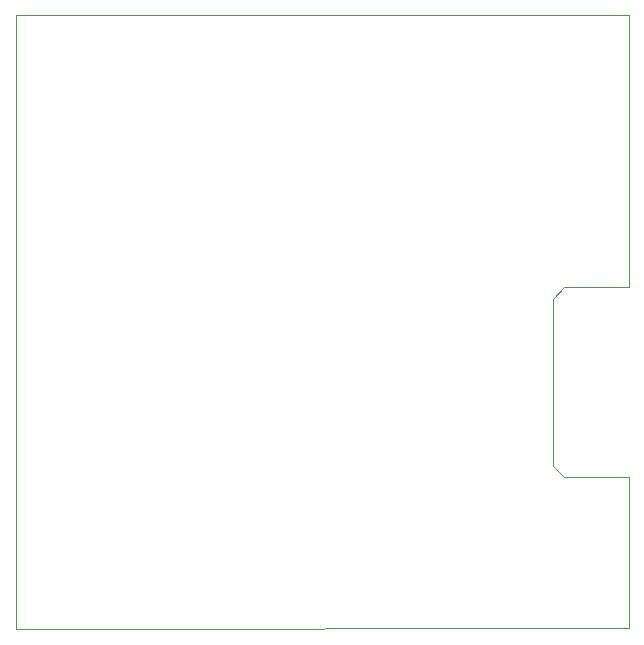
<source format=gbr>
G04 #@! TF.GenerationSoftware,KiCad,Pcbnew,(5.1.7-0-10_14)*
G04 #@! TF.CreationDate,2020-11-17T17:39:49+01:00*
G04 #@! TF.ProjectId,Pilot_Wire_v1,50696c6f-745f-4576-9972-655f76312e6b,1.0*
G04 #@! TF.SameCoordinates,Original*
G04 #@! TF.FileFunction,Profile,NP*
%FSLAX46Y46*%
G04 Gerber Fmt 4.6, Leading zero omitted, Abs format (unit mm)*
G04 Created by KiCad (PCBNEW (5.1.7-0-10_14)) date 2020-11-17 17:39:49*
%MOMM*%
%LPD*%
G01*
G04 APERTURE LIST*
G04 #@! TA.AperFunction,Profile*
%ADD10C,0.050000*%
G04 #@! TD*
G04 APERTURE END LIST*
D10*
X167000000Y-49000000D02*
X167000000Y-48000000D01*
X166000000Y-49000000D02*
X167000000Y-49000000D01*
X167000000Y-65100000D02*
X167000000Y-65800000D01*
X165900000Y-65100000D02*
X167000000Y-65100000D01*
X167000000Y-65800000D02*
X167000000Y-67000000D01*
X164900000Y-65100000D02*
X165900000Y-65100000D01*
X167000000Y-48000000D02*
X167000000Y-26000000D01*
X161500000Y-49000000D02*
X166000000Y-49000000D01*
X160600000Y-50000000D02*
X161500000Y-49000000D01*
X160600000Y-64200000D02*
X160600000Y-50000000D01*
X161500000Y-65100000D02*
X160600000Y-64200000D01*
X164900000Y-65100000D02*
X161500000Y-65100000D01*
X167000000Y-77900000D02*
X167000000Y-67000000D01*
X115100000Y-78000000D02*
X167000000Y-77900000D01*
X115100000Y-26000000D02*
X115100000Y-78000000D01*
X116000000Y-26000000D02*
X115100000Y-26000000D01*
X167000000Y-26000000D02*
X116000000Y-26000000D01*
M02*

</source>
